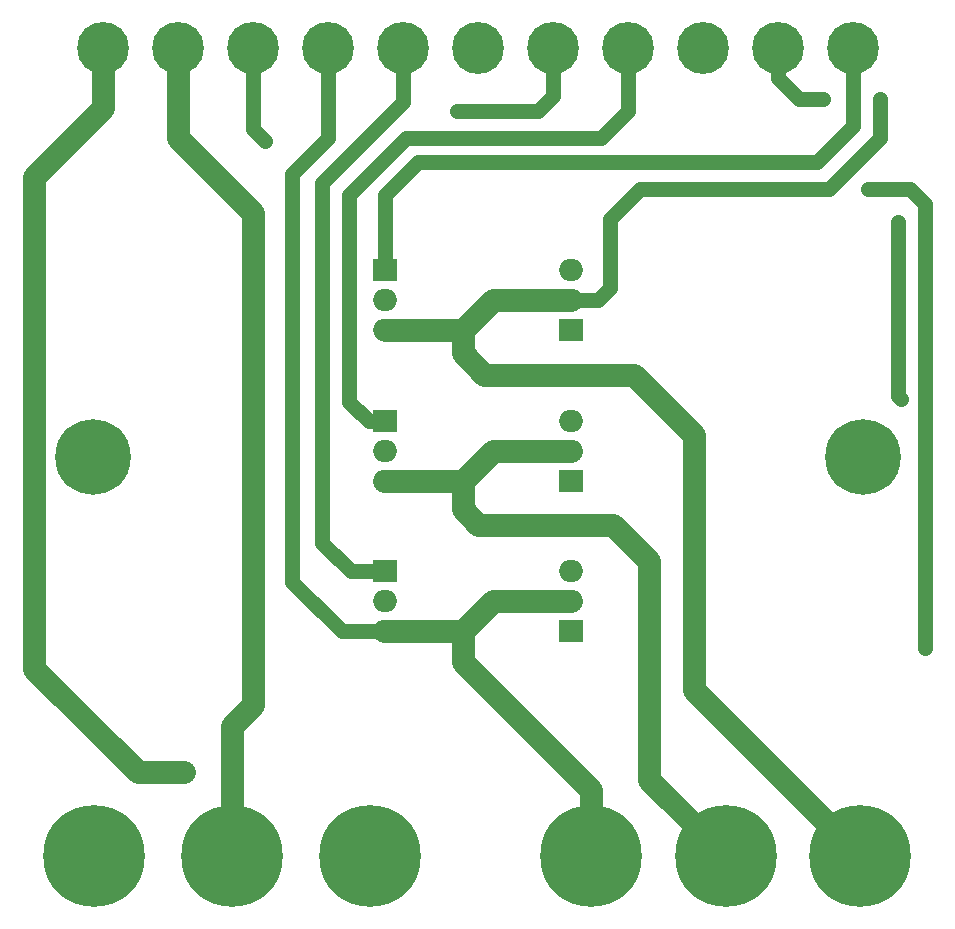
<source format=gbr>
%TF.GenerationSoftware,KiCad,Pcbnew,6.0.11+dfsg-1*%
%TF.CreationDate,2023-11-07T11:46:16+00:00*%
%TF.ProjectId,bb2b,62623262-2e6b-4696-9361-645f70636258,rev?*%
%TF.SameCoordinates,Original*%
%TF.FileFunction,Copper,L2,Bot*%
%TF.FilePolarity,Positive*%
%FSLAX46Y46*%
G04 Gerber Fmt 4.6, Leading zero omitted, Abs format (unit mm)*
G04 Created by KiCad (PCBNEW 6.0.11+dfsg-1) date 2023-11-07 11:46:16*
%MOMM*%
%LPD*%
G01*
G04 APERTURE LIST*
%TA.AperFunction,ComponentPad*%
%ADD10C,0.800000*%
%TD*%
%TA.AperFunction,ComponentPad*%
%ADD11C,6.400000*%
%TD*%
%TA.AperFunction,ComponentPad*%
%ADD12C,0.700000*%
%TD*%
%TA.AperFunction,ComponentPad*%
%ADD13C,4.400000*%
%TD*%
%TA.AperFunction,ComponentPad*%
%ADD14R,2.000000X1.905000*%
%TD*%
%TA.AperFunction,ComponentPad*%
%ADD15O,2.000000X1.905000*%
%TD*%
%TA.AperFunction,ComponentPad*%
%ADD16C,8.600000*%
%TD*%
%TA.AperFunction,ComponentPad*%
%ADD17C,0.900000*%
%TD*%
%TA.AperFunction,ViaPad*%
%ADD18C,0.800000*%
%TD*%
%TA.AperFunction,Conductor*%
%ADD19C,1.270000*%
%TD*%
%TA.AperFunction,Conductor*%
%ADD20C,1.905000*%
%TD*%
G04 APERTURE END LIST*
D10*
%TO.P,REF\u002A\u002A,1*%
%TO.N,N/C*%
X149829856Y-91740056D03*
X148132800Y-92443000D03*
D11*
X148132800Y-90043000D03*
D10*
X148132800Y-87643000D03*
X145732800Y-90043000D03*
X149829856Y-88345944D03*
X150532800Y-90043000D03*
X146435744Y-88345944D03*
X146435744Y-91740056D03*
%TD*%
D12*
%TO.P,H1,1,1*%
%TO.N,Net-(H1-Pad1)*%
X145670000Y-55372000D03*
X147320000Y-53722000D03*
X147320000Y-57022000D03*
X146153274Y-56538726D03*
X146153274Y-54205274D03*
X148970000Y-55372000D03*
X148486726Y-56538726D03*
X148486726Y-54205274D03*
D13*
X147320000Y-55372000D03*
%TD*%
D14*
%TO.P,Q5,1,G*%
%TO.N,Net-(H6-Pad1)*%
X123485000Y-92075000D03*
D15*
%TO.P,Q5,2,D*%
%TO.N,Net-(H5-Pad1)*%
X123485000Y-89535000D03*
%TO.P,Q5,3,S*%
%TO.N,GNDPWR*%
X123485000Y-86995000D03*
%TD*%
D16*
%TO.P,H16,1,1*%
%TO.N,Net-(H16-Pad1)*%
X83058000Y-123825000D03*
D17*
X80777581Y-126105419D03*
X86283000Y-123825000D03*
X80777581Y-121544581D03*
X83058000Y-127050000D03*
X85338419Y-126105419D03*
X83058000Y-120600000D03*
X85338419Y-121544581D03*
X79833000Y-123825000D03*
%TD*%
D14*
%TO.P,Q1,1,G*%
%TO.N,Net-(H1-Pad1)*%
X107655000Y-74175000D03*
D15*
%TO.P,Q1,2,D*%
%TO.N,Net-(H16-Pad1)*%
X107655000Y-76715000D03*
%TO.P,Q1,3,S*%
%TO.N,Net-(H2-Pad1)*%
X107655000Y-79255000D03*
%TD*%
D17*
%TO.P,H15,1,1*%
%TO.N,GNDPWR*%
X106426000Y-127050000D03*
D16*
X106426000Y-123825000D03*
D17*
X106426000Y-120600000D03*
X104145581Y-126105419D03*
X109651000Y-123825000D03*
X103201000Y-123825000D03*
X104145581Y-121544581D03*
X108706419Y-121544581D03*
X108706419Y-126105419D03*
%TD*%
D12*
%TO.P,H3,1,1*%
%TO.N,Net-(H3-Pad1)*%
X135786726Y-56538726D03*
X135786726Y-54205274D03*
X133453274Y-56538726D03*
X133453274Y-54205274D03*
X134620000Y-53722000D03*
X132970000Y-55372000D03*
X134620000Y-57022000D03*
X136270000Y-55372000D03*
D13*
X134620000Y-55372000D03*
%TD*%
D14*
%TO.P,Q2,1,G*%
%TO.N,Net-(H4-Pad1)*%
X107655000Y-86995000D03*
D15*
%TO.P,Q2,2,D*%
%TO.N,Net-(H16-Pad1)*%
X107655000Y-89535000D03*
%TO.P,Q2,3,S*%
%TO.N,Net-(H5-Pad1)*%
X107655000Y-92075000D03*
%TD*%
D13*
%TO.P,H9,1,1*%
%TO.N,Net-(H9-Pad1)*%
X96520000Y-55372000D03*
D12*
X98170000Y-55372000D03*
X97686726Y-56538726D03*
X95353274Y-54205274D03*
X97686726Y-54205274D03*
X96520000Y-57022000D03*
X95353274Y-56538726D03*
X96520000Y-53722000D03*
X94870000Y-55372000D03*
%TD*%
D17*
%TO.P,H17,1,1*%
%TO.N,Net-(H2-Pad1)*%
X145654581Y-126105419D03*
X144710000Y-123825000D03*
X147935000Y-120600000D03*
X147935000Y-127050000D03*
X150215419Y-126105419D03*
D16*
X147935000Y-123825000D03*
D17*
X151160000Y-123825000D03*
X150215419Y-121544581D03*
X145654581Y-121544581D03*
%TD*%
D12*
%TO.P,H11,1,1*%
%TO.N,GNDPWR*%
X82653274Y-56538726D03*
X84986726Y-54205274D03*
X83820000Y-57022000D03*
X82653274Y-54205274D03*
X84986726Y-56538726D03*
X83820000Y-53722000D03*
X82170000Y-55372000D03*
X85470000Y-55372000D03*
D13*
X83820000Y-55372000D03*
%TD*%
%TO.P,H2,1,1*%
%TO.N,Net-(H2-Pad1)*%
X140970000Y-55372000D03*
D12*
X140970000Y-57022000D03*
X142620000Y-55372000D03*
X139803274Y-56538726D03*
X142136726Y-54205274D03*
X140970000Y-53722000D03*
X139803274Y-54205274D03*
X142136726Y-56538726D03*
X139320000Y-55372000D03*
%TD*%
%TO.P,H5,1,1*%
%TO.N,Net-(H5-Pad1)*%
X121920000Y-53722000D03*
X120753274Y-56538726D03*
X120270000Y-55372000D03*
X121920000Y-57022000D03*
X123086726Y-54205274D03*
X120753274Y-54205274D03*
X123086726Y-56538726D03*
D13*
X121920000Y-55372000D03*
D12*
X123570000Y-55372000D03*
%TD*%
D14*
%TO.P,Q3,1,G*%
%TO.N,Net-(H7-Pad1)*%
X107655000Y-99695000D03*
D15*
%TO.P,Q3,2,D*%
%TO.N,Net-(H16-Pad1)*%
X107655000Y-102235000D03*
%TO.P,Q3,3,S*%
%TO.N,Net-(H8-Pad1)*%
X107655000Y-104775000D03*
%TD*%
D13*
%TO.P,H7,1,1*%
%TO.N,Net-(H7-Pad1)*%
X109220000Y-55372000D03*
D12*
X107570000Y-55372000D03*
X109220000Y-53722000D03*
X110386726Y-54205274D03*
X109220000Y-57022000D03*
X108053274Y-56538726D03*
X108053274Y-54205274D03*
X110386726Y-56538726D03*
X110870000Y-55372000D03*
%TD*%
%TO.P,H8,1,1*%
%TO.N,Net-(H8-Pad1)*%
X104520000Y-55372000D03*
X101220000Y-55372000D03*
D13*
X102870000Y-55372000D03*
D12*
X101703274Y-54205274D03*
X102870000Y-53722000D03*
X101703274Y-56538726D03*
X102870000Y-57022000D03*
X104036726Y-56538726D03*
X104036726Y-54205274D03*
%TD*%
D14*
%TO.P,Q6,1,G*%
%TO.N,Net-(H9-Pad1)*%
X123485000Y-104775000D03*
D15*
%TO.P,Q6,2,D*%
%TO.N,Net-(H8-Pad1)*%
X123485000Y-102235000D03*
%TO.P,Q6,3,S*%
%TO.N,GNDPWR*%
X123485000Y-99695000D03*
%TD*%
D17*
%TO.P,H18,1,1*%
%TO.N,Net-(H5-Pad1)*%
X134244581Y-126105419D03*
X134244581Y-121544581D03*
D16*
X136525000Y-123825000D03*
D17*
X136525000Y-120600000D03*
X133300000Y-123825000D03*
X138805419Y-126105419D03*
X138805419Y-121544581D03*
X136525000Y-127050000D03*
X139750000Y-123825000D03*
%TD*%
%TO.P,H14,1,1*%
%TO.N,VCC*%
X97967000Y-123825000D03*
X92461581Y-121544581D03*
X94742000Y-127050000D03*
X97022419Y-121544581D03*
X94742000Y-120600000D03*
X97022419Y-126105419D03*
X92461581Y-126105419D03*
D16*
X94742000Y-123825000D03*
D17*
X91517000Y-123825000D03*
%TD*%
D12*
%TO.P,H10,1,1*%
%TO.N,VCC*%
X89003274Y-56538726D03*
X88520000Y-55372000D03*
X89003274Y-54205274D03*
X91820000Y-55372000D03*
X91336726Y-56538726D03*
X90170000Y-57022000D03*
X91336726Y-54205274D03*
X90170000Y-53722000D03*
D13*
X90170000Y-55372000D03*
%TD*%
D17*
%TO.P,H19,1,1*%
%TO.N,Net-(H8-Pad1)*%
X125095000Y-120600000D03*
X127375419Y-121544581D03*
X128320000Y-123825000D03*
X122814581Y-121544581D03*
X125095000Y-127050000D03*
X127375419Y-126105419D03*
D16*
X125095000Y-123825000D03*
D17*
X121870000Y-123825000D03*
X122814581Y-126105419D03*
%TD*%
D10*
%TO.P,REF\u002A\u002A,1*%
%TO.N,N/C*%
X84704256Y-91740056D03*
X83007200Y-92443000D03*
D11*
X83007200Y-90043000D03*
D10*
X83007200Y-87643000D03*
X80607200Y-90043000D03*
X84704256Y-88345944D03*
X85407200Y-90043000D03*
X81310144Y-88345944D03*
X81310144Y-91740056D03*
%TD*%
D14*
%TO.P,Q4,1,G*%
%TO.N,Net-(H3-Pad1)*%
X123485000Y-79255000D03*
D15*
%TO.P,Q4,2,D*%
%TO.N,Net-(H2-Pad1)*%
X123485000Y-76715000D03*
%TO.P,Q4,3,S*%
%TO.N,GNDPWR*%
X123485000Y-74175000D03*
%TD*%
D12*
%TO.P,H4,1,1*%
%TO.N,Net-(H4-Pad1)*%
X127103274Y-54205274D03*
X129920000Y-55372000D03*
X126620000Y-55372000D03*
X128270000Y-53722000D03*
X129436726Y-56538726D03*
X129436726Y-54205274D03*
X127103274Y-56538726D03*
D13*
X128270000Y-55372000D03*
D12*
X128270000Y-57022000D03*
%TD*%
%TO.P,H6,1,1*%
%TO.N,Net-(H6-Pad1)*%
X117220000Y-55372000D03*
X116736726Y-56538726D03*
X114403274Y-56538726D03*
X113920000Y-55372000D03*
X115570000Y-53722000D03*
X116736726Y-54205274D03*
X114403274Y-54205274D03*
X115570000Y-57022000D03*
D13*
X115570000Y-55372000D03*
%TD*%
D18*
%TO.N,Net-(H2-Pad1)*%
X149606000Y-59690000D03*
X144780000Y-59690000D03*
%TO.N,Net-(H5-Pad1)*%
X113792000Y-60706000D03*
%TO.N,Net-(H6-Pad1)*%
X151130000Y-70104000D03*
X151384000Y-85090000D03*
%TO.N,Net-(H9-Pad1)*%
X97536000Y-63246000D03*
X153416000Y-106172000D03*
X148590000Y-67310000D03*
%TO.N,GNDPWR*%
X90678000Y-116713000D03*
%TD*%
D19*
%TO.N,Net-(H1-Pad1)*%
X107655000Y-67859000D02*
X110490000Y-65024000D01*
X107655000Y-74175000D02*
X107655000Y-67859000D01*
X110490000Y-65024000D02*
X144272000Y-65024000D01*
X144272000Y-65024000D02*
X147320000Y-61976000D01*
X147320000Y-61976000D02*
X147320000Y-55372000D01*
%TO.N,Net-(H2-Pad1)*%
X144780000Y-59690000D02*
X142748000Y-59690000D01*
D20*
X107655000Y-79255000D02*
X114293000Y-79255000D01*
D19*
X125723000Y-76715000D02*
X126746000Y-75692000D01*
D20*
X116833000Y-76715000D02*
X123485000Y-76715000D01*
D19*
X145288000Y-67310000D02*
X149606000Y-62992000D01*
D20*
X114293000Y-79255000D02*
X116833000Y-76715000D01*
X116078000Y-83058000D02*
X128778000Y-83058000D01*
X114293000Y-81273000D02*
X116078000Y-83058000D01*
D19*
X149606000Y-62992000D02*
X149606000Y-59690000D01*
X129286000Y-67310000D02*
X132080000Y-67310000D01*
X132080000Y-67310000D02*
X145288000Y-67310000D01*
X126746000Y-69850000D02*
X129286000Y-67310000D01*
D20*
X133858000Y-88138000D02*
X133858000Y-109748000D01*
D19*
X123485000Y-76715000D02*
X125723000Y-76715000D01*
D20*
X114293000Y-79255000D02*
X114293000Y-81273000D01*
D19*
X142748000Y-59690000D02*
X140970000Y-57912000D01*
X140970000Y-57912000D02*
X140970000Y-55372000D01*
D20*
X133858000Y-109748000D02*
X147935000Y-123825000D01*
X128778000Y-83058000D02*
X133858000Y-88138000D01*
D19*
X126746000Y-75692000D02*
X126746000Y-69850000D01*
%TO.N,Net-(H4-Pad1)*%
X125984000Y-62992000D02*
X128270000Y-60706000D01*
X106299000Y-86995000D02*
X104648000Y-85344000D01*
X109474000Y-62992000D02*
X125984000Y-62992000D01*
X128270000Y-60706000D02*
X128270000Y-55372000D01*
X107655000Y-86995000D02*
X106299000Y-86995000D01*
X104648000Y-67818000D02*
X109474000Y-62992000D01*
X104648000Y-85344000D02*
X104648000Y-67818000D01*
%TO.N,Net-(H5-Pad1)*%
X121920000Y-55372000D02*
X121920000Y-59436000D01*
D20*
X114276000Y-92075000D02*
X116816000Y-89535000D01*
X115570000Y-95758000D02*
X127000000Y-95758000D01*
X114276000Y-94464000D02*
X115570000Y-95758000D01*
X130048000Y-117348000D02*
X136525000Y-123825000D01*
X127000000Y-95758000D02*
X130048000Y-98806000D01*
X114276000Y-92075000D02*
X114276000Y-94464000D01*
X116816000Y-89535000D02*
X123468000Y-89535000D01*
X107638000Y-92075000D02*
X114276000Y-92075000D01*
D19*
X120650000Y-60706000D02*
X113792000Y-60706000D01*
D20*
X130048000Y-98806000D02*
X130048000Y-117348000D01*
D19*
X121920000Y-59436000D02*
X121158000Y-60198000D01*
X121158000Y-60198000D02*
X120650000Y-60706000D01*
%TO.N,Net-(H6-Pad1)*%
X151384000Y-85090000D02*
X151130000Y-84836000D01*
X151130000Y-84836000D02*
X151130000Y-81280000D01*
X151130000Y-81280000D02*
X151130000Y-70104000D01*
%TO.N,Net-(H7-Pad1)*%
X109220000Y-59944000D02*
X109220000Y-55372000D01*
X104775000Y-99695000D02*
X102362000Y-97282000D01*
X102362000Y-97282000D02*
X102362000Y-66802000D01*
X102362000Y-66802000D02*
X109220000Y-59944000D01*
X107655000Y-99695000D02*
X104775000Y-99695000D01*
%TO.N,Net-(H8-Pad1)*%
X99822000Y-100584000D02*
X104013000Y-104775000D01*
X102870000Y-62992000D02*
X99822000Y-66040000D01*
D20*
X125095000Y-118237000D02*
X114276000Y-107418000D01*
X114276000Y-104775000D02*
X116816000Y-102235000D01*
X116816000Y-102235000D02*
X123468000Y-102235000D01*
D19*
X102870000Y-55372000D02*
X102870000Y-62992000D01*
D20*
X107638000Y-104775000D02*
X114276000Y-104775000D01*
X114276000Y-107418000D02*
X114276000Y-104775000D01*
D19*
X99822000Y-66040000D02*
X99822000Y-100584000D01*
D20*
X125095000Y-123825000D02*
X125095000Y-118237000D01*
D19*
X104013000Y-104775000D02*
X107655000Y-104775000D01*
%TO.N,Net-(H9-Pad1)*%
X148590000Y-67310000D02*
X151130000Y-67310000D01*
X151130000Y-67310000D02*
X152146000Y-67310000D01*
X153416000Y-87884000D02*
X153416000Y-106172000D01*
X153416000Y-68580000D02*
X153416000Y-87884000D01*
X96520000Y-62230000D02*
X97536000Y-63246000D01*
X152146000Y-67310000D02*
X153416000Y-68580000D01*
X96520000Y-55372000D02*
X96520000Y-62230000D01*
D20*
%TO.N,VCC*%
X96520000Y-110998000D02*
X96520000Y-69342000D01*
X96520000Y-69342000D02*
X90170000Y-62992000D01*
X90170000Y-62992000D02*
X90170000Y-55372000D01*
X94742000Y-112776000D02*
X96520000Y-110998000D01*
X94742000Y-123825000D02*
X94742000Y-112776000D01*
%TO.N,GNDPWR*%
X86741000Y-116713000D02*
X77978000Y-107950000D01*
X90678000Y-116713000D02*
X86741000Y-116713000D01*
X83820000Y-60452000D02*
X83820000Y-55372000D01*
X77978000Y-107950000D02*
X77978000Y-66294000D01*
X77978000Y-66294000D02*
X83820000Y-60452000D01*
%TD*%
M02*

</source>
